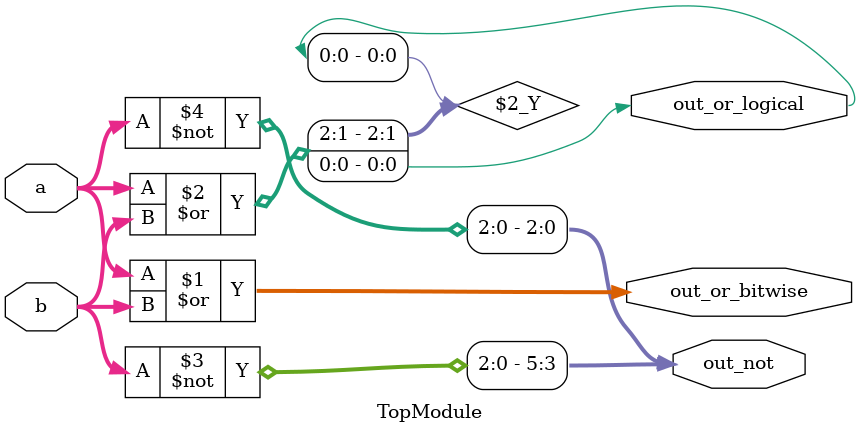
<source format=sv>

module TopModule (
  input [2:0] a,
  input [2:0] b,
  output [2:0] out_or_bitwise,
  output out_or_logical,
  output [5:0] out_not
);
assign out_or_bitwise = a | b;
assign out_or_logical = a | b;
assign out_not[5:3] = ~b;
assign out_not[2:0] = ~a;
endmodule

</source>
